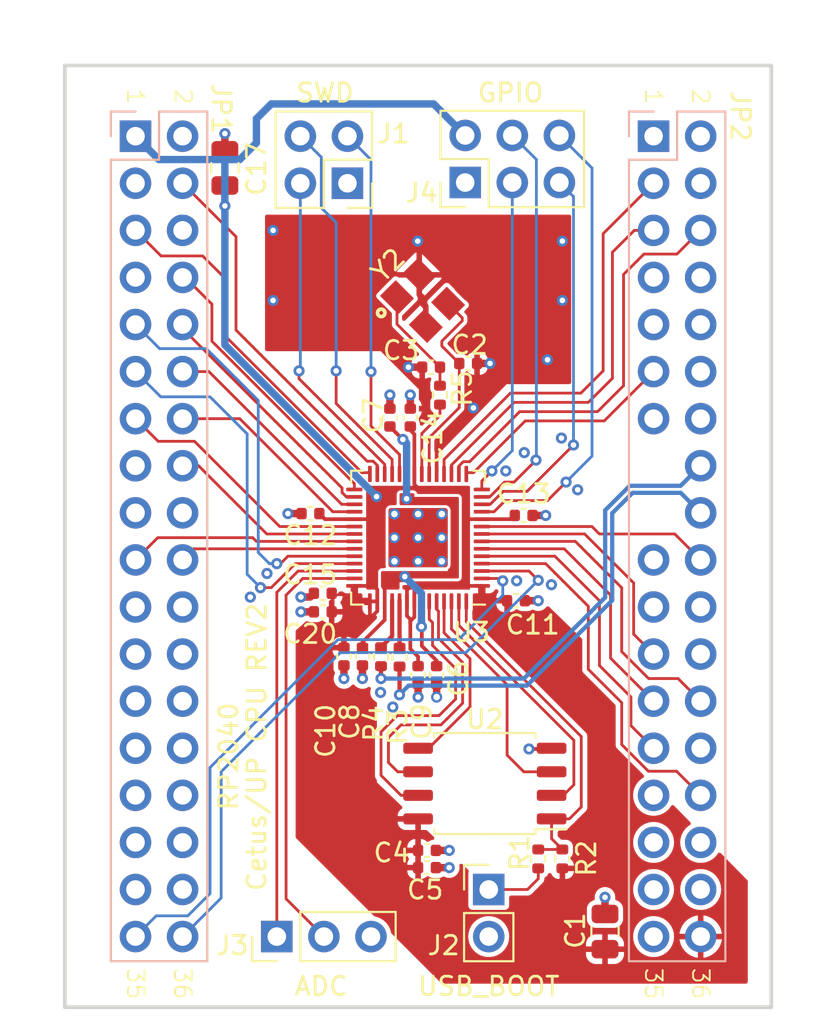
<source format=kicad_pcb>
(kicad_pcb (version 20221018) (generator pcbnew)
  (title_block (title "RP2040 Minimal Design Example") (date "2020-07-13") (rev "REV1") (company "Raspberry Pi (Trading) Ltd"))
  (layers (0 "F.Cu" signal) (1 "In1.Cu" signal) (2 "In2.Cu" signal) (31 "B.Cu" signal) (34 "B.Paste" user) (35 "F.Paste" user) (36 "B.SilkS" user "B.Silkscreen") (37 "F.SilkS" user "F.Silkscreen") (38 "B.Mask" user) (39 "F.Mask" user) (44 "Edge.Cuts" user))
  (net 0 "")
  (net 1 "GND")
  (net 2 "/XIN")
  (net 3 "/XOUT")
  (net 4 "+3V3")
  (net 5 "+1V1")
  (net 6 "/~{USB_BOOT}")
  (net 7 "/GPIO28_ADC2")
  (net 8 "/RUN")
  (net 9 "/SWD")
  (net 10 "/SWCLK")
  (net 11 "/QSPI_SS")
  (net 14 "/QSPI_SD3")
  (net 15 "/QSPI_SCLK")
  (net 16 "/QSPI_SD0")
  (net 17 "/QSPI_SD2")
  (net 18 "/QSPI_SD1")
  (net 19 "/USB_D+")
  (net 20 "/USB_D-")
  (net 22 "/BUZZER")
  (net 24 "/EXT_TEMP")
  (net 25 "/BED_TEMP")
  (net 26 "/MOTOR_PWR")
  (net 29 "/DIR_X")
  (net 36 "/DIR_E")
  (net 37 "/LIM_Y")
  (net 38 "/BTN")
  (net 39 "/DOOR")
  (net 41 "/LED")
  (net 42 "/AMP_MOD1")
  (net 43 "/AMP_MOD2")
  (net 44 "/EXT_HEAT")
  (net 45 "/BED_HEAT")
  (net 47 "/STEP_X")
  (net 54 "/STEP_E")
  (net 57 "/INP")
  (net 59 "/STEP_Y")
  (net 60 "/DIR_Y")
  (net 65 "/LIGHT")
  (net 71 "/LIM_X")
  (net 72 "/LIM_Z")
  (net 74 "/STEP_Z")
  (net 75 "/DIR_Z")
  (net 78 "Net-(U3-USB_DP)")
  (net 79 "Net-(U3-USB_DM)")
  (net 80 "/GPIO29_ADC3")
  (net 81 "/GPIO5")
  (net 82 "/GPIO4")
  (net 83 "/GPIO3")
  (net 84 "/GPIO2")
  (net 85 "Net-(C3-Pad1)")
  (footprint "Connector_PinHeader_2.54mm:PinHeader_1x02_P2.54mm_Vertical" (layer "F.Cu") (at 163.83 119.38)
    (fp_text reference "J2")
    (fp_text value "Conn_01x02")
  )
  (footprint "Capacitor_SMD:C_0402_1005Metric" (layer "F.Cu") (at 156.02 106.81 -90)
    (fp_text reference "C10")
    (fp_text value "2.2u")
  )
  (footprint "Capacitor_SMD:C_0402_1005Metric" (layer "F.Cu") (at 157.02 106.81 -90)
    (fp_text reference "C8")
    (fp_text value "2.2u")
  )
  (footprint "Capacitor_SMD:C_0402_1005Metric" (layer "F.Cu") (at 165.715 99.2)
    (fp_text reference "C13")
    (fp_text value "100n")
  )
  (footprint "Capacitor_SMD:C_0402_1005Metric" (layer "F.Cu") (at 160.5 117.27)
    (fp_text reference "C5")
    (fp_text value "100n")
  )
  (footprint "Resistor_SMD:R_0402_1005Metric" (layer "F.Cu") (at 167.8 117.73 90)
    (fp_text reference "R2")
    (fp_text value "DNF")
  )
  (footprint "custom:SOIC-8_5.23x5.23mm_P1.27mm+model" (layer "F.Cu") (at 163.62 113.665 180)
    (fp_text reference "U2")
    (fp_text value "W25Q128JVS")
  )
  (footprint "Capacitor_SMD:C_0402_1005Metric" (layer "F.Cu") (at 160.72 91.2 180)
    (fp_text reference "C3")
    (fp_text value "30p")
  )
  (footprint "Resistor_SMD:R_0402_1005Metric" (layer "F.Cu") (at 166.5 117.73 -90)
    (fp_text reference "R1")
    (fp_text value "1k")
  )
  (footprint "Capacitor_SMD:C_0402_1005Metric" (layer "F.Cu") (at 160.02 107.81 -90)
    (fp_text reference "C9")
    (fp_text value "100n")
  )
  (footprint "Capacitor_SMD:C_0402_1005Metric" (layer "F.Cu") (at 154.215 99.1 180)
    (fp_text reference "C12")
    (fp_text value "100n")
  )
  (footprint "Capacitor_SMD:C_0402_1005Metric" (layer "F.Cu") (at 159.6 93.92 90)
    (fp_text reference "C14")
    (fp_text value "100n")
  )
  (footprint "Resistor_SMD:R_0402_1005Metric" (layer "F.Cu") (at 159.02 106.84 90)
    (fp_text reference "R3")
    (fp_text value "22")
  )
  (footprint "Capacitor_SMD:C_0402_1005Metric" (layer "F.Cu") (at 158.5 93.92 90)
    (fp_text reference "C7")
    (fp_text value "100n")
  )
  (footprint "Capacitor_SMD:C_0402_1005Metric" (layer "F.Cu") (at 165.3 103.8)
    (fp_text reference "C11")
    (fp_text value "100n")
  )
  (footprint "RP2040_minimal:RP2040-QFN-56" (layer "F.Cu") (at 160.02 100.4 180)
    (fp_text reference "U3")
    (fp_text value "RP2040")
  )
  (footprint "Capacitor_SMD:C_0402_1005Metric" (layer "F.Cu") (at 162.72 91)
    (fp_text reference "C2")
    (fp_text value "30p")
  )
  (footprint "Resistor_SMD:R_0402_1005Metric" (layer "F.Cu") (at 158.02 106.82 90)
    (fp_text reference "R4")
    (fp_text value "22")
  )
  (footprint "Capacitor_SMD:C_0402_1005Metric" (layer "F.Cu") (at 161.02 107.81 -90)
    (fp_text reference "C6")
    (fp_text value "100n")
  )
  (footprint "Capacitor_SMD:C_0402_1005Metric" (layer "F.Cu") (at 154.88 103.4 180)
    (fp_text reference "C15")
    (fp_text value "100n")
  )
  (footprint "Resistor_SMD:R_0402_1005Metric" (layer "F.Cu") (at 161.2 92.71 90)
    (fp_text reference "R5")
    (fp_text value "470")
  )
  (footprint "Capacitor_SMD:C_0805_2012Metric" (layer "F.Cu") (at 149.6 80.45 90)
    (fp_text reference "C17")
    (fp_text value "47u")
  )
  (footprint "Capacitor_SMD:C_0402_1005Metric" (layer "F.Cu") (at 154.88 104.4 180)
    (fp_text reference "C20")
    (fp_text value "100n")
  )
  (footprint "Connector_PinHeader_2.54mm:PinHeader_1x03_P2.54mm_Vertical" (layer "F.Cu") (at 152.4 121.92 90)
    (fp_text reference "J3")
    (fp_text value "Conn_01x02")
  )
  (footprint "Capacitor_SMD:C_0805_2012Metric" (layer "F.Cu") (at 170.1 121.65 90)
    (fp_text reference "C1")
    (fp_text value "47u")
  )
  (footprint "Connector_PinHeader_2.54mm:PinHeader_2x03_P2.54mm_Vertical" (layer "F.Cu") (at 162.56 81.24 90)
    (fp_text reference "J4")
    (fp_text value "Conn_02x03_Odd_Even")
  )
  (footprint "Connector_PinHeader_2.54mm:PinHeader_2x02_P2.54mm_Vertical" (layer "F.Cu") (at 156.21 81.28 180)
    (fp_text reference "J1")
    (fp_text value "Conn_01x03")
  )
  (footprint "Capacitor_SMD:C_0402_1005Metric" (layer "F.Cu") (at 160.5 118.2)
    (fp_text reference "C4")
    (fp_text value "2.2u")
  )
  (footprint "X322516MLB4SI:OSC_X322516MLB4SI" (layer "F.Cu") (at 160.26 87.6 45)
    (fp_text reference "Y2")
    (fp_text value "X322516MLB4SI")
  )
  (footprint "RP2040_minimal:PinHeader_2x18_P2.54mm_Vertical_backside" (layer "B.Cu") (at 147.32 78.74 180)
    (fp_text reference "JP1")
    (fp_text value "Conn_02x18_Odd_Even")
  )
  (footprint "RP2040_minimal:PinHeader_2x18_P2.54mm_Vertical_backside_pads15+17_removed" (layer "B.Cu") (at 175.26 78.74 180)
    (fp_text reference "JP2")
    (fp_text value "Conn_02x18_Odd_Even")
  )
  (gr_line (start 179.07 125.73) (end 140.97 125.73) (stroke (width 0.2)) (layer "Edge.Cuts"))
  (gr_line (start 140.97 74.93) (end 179.07 74.93) (stroke (width 0.2)) (layer "Edge.Cuts"))
  (gr_line (start 140.97 125.73) (end 140.97 74.93) (stroke (width 0.2)) (layer "Edge.Cuts"))
  (gr_line (start 179.07 74.93) (end 179.07 125.73) (stroke (width 0.2)) (layer "Edge.Cuts"))
  (gr_text "35" (at 144.78 124.46 -90) (layer "F.SilkS") (effects (font (size 0.9 0.9) (thickness 0.1))))
  (gr_text "2" (at 175.26 76.6 -90) (layer "F.SilkS") (effects (font (size 0.9 0.9) (thickness 0.1))))
  (gr_text "35" (at 172.72 124.46 -90) (layer "F.SilkS") (effects (font (size 0.9 0.9) (thickness 0.1))))
  (gr_text "36" (at 147.32 124.46 -90) (layer "F.SilkS") (effects (font (size 0.9 0.9) (thickness 0.1))))
  (gr_text "36" (at 175.26 124.46 -90) (layer "F.SilkS") (effects (font (size 0.9 0.9) (thickness 0.1))))
  (gr_text "RP2040" (at 149.8 112.2 90) (layer "F.SilkS") (effects (font (size 1 1))))
  (gr_text "GPIO" (at 165 76.4) (layer "F.SilkS") (effects (font (size 1 1))))
  (gr_text "ADC" (at 154.8 124.6) (layer "F.SilkS") (effects (font (size 1 1))))
  (gr_text "SWD" (at 155 76.4) (layer "F.SilkS") (effects (font (size 1 1))))
  (gr_text "1" (at 172.72 76.6 -90) (layer "F.SilkS") (effects (font (size 0.9 0.9) (thickness 0.1))))
  (gr_text "USB_BOOT" (at 163.83 124.6) (layer "F.SilkS") (effects (font (size 1 1))))
  (gr_text "Cetus/UP CPU REV2" (at 151.324 111.692 90) (layer "F.SilkS") (effects (font (size 1 1))))
  (gr_text "2" (at 147.35 76.6 -90) (layer "F.SilkS") (effects (font (size 0.9 0.9) (thickness 0.1))))
  (gr_text "1" (at 144.78 76.6 -90) (layer "F.SilkS") (effects (font (size 0.9 0.9) (thickness 0.1))))
  (segment (start 159.6 92.7) (end 159.6 93.44) (width 0.4) (layer "F.Cu") (net 1))
  (segment (start 160.98 118.2) (end 161.7 118.2) (width 0.4) (layer "F.Cu") (net 1))
  (segment (start 170.1 120.7) (end 170.1 119.8) (width 0.4) (layer "F.Cu") (net 1))
  (segment (start 153.6625 99.1) (end 153 99.1) (width 0.4) (layer "F.Cu") (net 1))
  (segment (start 156.02 107.29) (end 156.02 108) (width 0.4) (layer "F.Cu") (net 1))
  (segment (start 161.02 96.8925) (end 161.02 95.38) (width 0.2) (layer "F.Cu") (net 1))
  (segment (start 154.2 103.6) (end 154.4 103.4) (width 0.4) (layer "F.Cu") (net 1))
  (segment (start 167.2 111.8) (end 166 111.8) (width 0.2) (layer "F.Cu") (net 1))
  (segment (start 154.35 104.4) (end 153.85 104.4) (width 0.4) (layer "F.Cu") (net 1))
  (segment (start 160.436777 88.036777) (end 160.1 87.7) (width 0.2) (layer "F.Cu") (net 1))
  (segment (start 153.7 103.6) (end 154.2 103.6) (width 0.4) (layer "F.Cu") (net 1))
  (segment (start 160.436777 88.978858) (end 160.436777 88.036777) (width 0.2) (layer "F.Cu") (net 1))
  (segment (start 160.083223 87.183223) (end 160.35 87.45) (width 0.2) (layer "F.Cu") (net 1))
  (segment (start 162.1 87) (end 162.6 87.5) (width 0.2) (layer "F.Cu") (net 1))
  (segment (start 160.083223 86.221142) (end 160.083223 87.183223) (width 0.2) (layer "F.Cu") (net 1))
  (segment (start 160.98 117.27) (end 161.7 117.27) (width 0.4) (layer "F.Cu") (net 1))
  (segment (start 158.5 93.44) (end 158.5 92.7) (width 0.4) (layer "F.Cu") (net 1))
  (segment (start 157.02 107.29) (end 157.02 108) (width 0.4) (layer "F.Cu") (net 1))
  (segment (start 161.02 108.300008) (end 161.02 109) (width 0.4) (layer "F.Cu") (net 1))
  (segment (start 166.195 99.2) (end 166.9 99.2) (width 0.4) (layer "F.Cu") (net 1))
  (segment (start 160.24 91.2) (end 159.5 91.2) (width 0.4) (layer "F.Cu") (net 1))
  (segment (start 163.9 91) (end 163.2 91) (width 0.4) (layer "F.Cu") (net 1))
  (segment (start 161.02 95.38) (end 163 93.4) (width 0.2) (layer "F.Cu") (net 1))
  (segment (start 160.02 108.3) (end 160.02 109) (width 0.4) (layer "F.Cu") (net 1))
  (segment (start 157.9 87) (end 157.6 87.3) (width 0.2) (layer "F.Cu") (net 1))
  (segment (start 149.6 79.5) (end 149.6 78.6) (width 0.4) (layer "F.Cu") (net 1))
  (segment (start 165.8 103.8) (end 166.5 103.8) (width 0.4) (layer "F.Cu") (net 1))
  (via (at 152.2 83.82) (size 0.6) (drill 0.3) (layers "F.Cu" "B.Cu") (net 1))
  (via (at 167.8 84.4) (size 0.6) (drill 0.3) (layers "F.Cu" "B.Cu") (net 1))
  (via (at 167.8 87.6) (size 0.6) (drill 0.3) (layers "F.Cu" "B.Cu") (net 1))
  (via (at 163.9 91) (size 0.6) (drill 0.3) (layers "F.Cu" "B.Cu") (net 1))
  (via (at 153.7 104.4) (size 0.6) (drill 0.3) (layers "F.Cu" "B.Cu") (net 1))
  (via (at 159.6 92.7) (size 0.6) (drill 0.3) (layers "F.Cu" "B.Cu") (net 1))
  (via (at 152.2 87.6) (size 0.6) (drill 0.3) (layers "F.Cu" "B.Cu") (net 1))
  (via (at 167 90.8) (size 0.6) (drill 0.3) (layers "F.Cu" "B.Cu") (net 1))
  (via (at 149.6 78.6) (size 0.6) (drill 0.3) (layers "F.Cu" "B.Cu") (net 1))
  (via (at 161.7 117.27) (size 0.6) (drill 0.3) (layers "F.Cu" "B.Cu") (net 1))
  (via (at 166.5 103.8) (size 0.6) (drill 0.3) (layers "F.Cu" "B.Cu") (net 1))
  (via (at 168.623624 97.81575) (size 0.6) (drill 0.3) (layers "F.Cu" "B.Cu") (net 1))
  (via (at 151.870022 102.329978) (size 0.6) (drill 0.3) (layers "F.Cu" "B.Cu") (net 1))
  (via (at 167.750325 95.026267) (size 0.6) (drill 0.3) (layers "F.Cu" "B.Cu") (net 1))
  (via (at 161.02 109) (size 0.6) (drill 0.35) (layers "F.Cu" "B.Cu") (net 1))
  (via (at 166.9 99.2) (size 0.6) (drill 0.3) (layers "F.Cu" "B.Cu") (net 1))
  (via (at 165.745338 95.811342) (size 0.6) (drill 0.3) (layers "F.Cu" "B.Cu") (net 1))
  (via (at 164.749503 96.8) (size 0.6) (drill 0.3) (layers "F.Cu" "B.Cu") (net 1))
  (via (at 158.5 92.7) (size 0.6) (drill 0.3) (layers "F.Cu" "B.Cu") (net 1))
  (via (at 153 99.1) (size 0.6) (drill 0.3) (layers "F.Cu" "B.Cu") (net 1))
  (via (at 157.99503 108.749086) (size 0.6) (drill 0.3) (layers "F.Cu" "B.Cu") (net 1))
  (via (at 163 93.4) (size 0.6) (drill 0.3) (layers "F.Cu" "B.Cu") (net 1))
  (via (at 170.1 119.8) (size 0.6) (drill 0.3) (layers "F.Cu" "B.Cu") (net 1))
  (via (at 153.7 103.6) (size 0.6) (drill 0.3) (layers "F.Cu" "B.Cu") (net 1))
  (via (at 157.02 108) (size 0.6) (drill 0.3) (layers "F.Cu" "B.Cu") (net 1))
  (via (at 160.02 109) (size 0.6) (drill 0.3) (layers "F.Cu" "B.Cu") (net 1))
  (via (at 166 111.8) (size 0.6) (drill 0.3) (layers "F.Cu" "B.Cu") (net 1))
  (via (at 159.5 91.2) (size 0.6) (drill 0.3) (layers "F.Cu" "B.Cu") (net 1))
  (via (at 158.657698 109.534822) (size 0.6) (drill 0.3) (layers "F.Cu" "B.Cu") (net 1))
  (via (at 161.7 118.2) (size 0.6) (drill 0.3) (layers "F.Cu" "B.Cu") (net 1))
  (via (at 156.02 108) (size 0.6) (drill 0.3) (layers "F.Cu" "B.Cu") (net 1))
  (via (at 160 84.4) (size 0.6) (drill 0.3) (layers "F.Cu" "B.Cu") (net 1))
  (via (at 165.335794 102.7245) (size 0.6) (drill 0.3) (layers "F.Cu" "B.Cu") (net 1))
  (via (at 150.972676 103.605429) (size 0.6) (drill 0.3) (layers "F.Cu" "B.Cu") (net 1))
  (via (at 167.211041 102.937014) (size 0.6) (drill 0.3) (layers "F.Cu" "B.Cu") (net 1))
  (segment (start 162.4 88.537919) (end 161.638858 87.776777) (width 0.15) (layer "F.Cu") (net 2))
  (segment (start 160.612132 95.012132) (end 162.24 93.384264) (width 0.15) (layer "F.Cu") (net 2))
  (segment (start 162.24 93.384264) (end 162.24 91) (width 0.15) (layer "F.Cu") (net 2))
  (segment (start 162.4 88.7) (end 162.4 88.537919) (width 0.15) (layer "F.Cu") (net 2))
  (segment (start 160.62 96.8925) (end 160.62 95.02) (width 0.15) (layer "F.Cu") (net 2))
  (segment (start 161.3 89.8) (end 162.4 88.7) (width 0.15) (layer "F.Cu") (net 2))
  (segment (start 161.3 90.06) (end 161.3 89.8) (width 0.15) (layer "F.Cu") (net 2))
  (segment (start 162.24 91) (end 161.3 90.06) (width 0.15) (layer "F.Cu") (net 2))
  (segment (start 160.62 95.02) (end 160.612132 95.012132) (width 0.15) (layer "F.Cu") (net 2))
  (segment (start 160.22 96.8925) (end 160.22 94.78) (width 0.15) (layer "F.Cu") (net 3))
  (segment (start 161.2 93.8) (end 161.2 93.22) (width 0.15) (layer "F.Cu") (net 3))
  (segment (start 160.22 94.78) (end 161.2 93.8) (width 0.15) (layer "F.Cu") (net 3))
  (segment (start 159.82 97.53) (end 159.82 94.82) (width 0.2) (layer "F.Cu") (net 4))
  (segment (start 159.6 104.8) (end 159.6 105) (width 0.2) (layer "F.Cu") (net 4))
  (segment (start 163.4575 103.1) (end 163.4575 103.7575) (width 0.4) (layer "F.Cu") (net 4))
  (segment (start 160.02 117.25) (end 160 117.27) (width 0.2) (layer "F.Cu") (net 4))
  (segment (start 159.6 105) (end 159.6 104.9) (width 0.2) (layer "F.Cu") (net 4))
  (segment (start 157.82 103.2) (end 157.62 103) (width 0.2) (layer "F.Cu") (net 4))
  (segment (start 157.82 104.3625) (end 157.82 103.2) (width 0.2) (layer "F.Cu") (net 4))
  (segment (start 163.4575 103) (end 162.62 103) (width 0.2) (layer "F.Cu") (net 4))
  (segment (start 159.82 104.68) (end 159.82 103.025) (width 0.2) (layer "F.Cu") (net 4))
  (segment (start 157.32 103.8375) (end 156.7625 103.8375) (width 0.4) (layer "F.Cu") (net 4))
  (segment (start 159.62 103.025) (end 159.42 103.225) (width 0.2) (layer "F.Cu") (net 4))
  (segment (start 156.5825 103.1) (end 156.5825 103.6825) (width 0.4) (layer "F.Cu") (net 4))
  (segment (start 156.62 105.5625) (end 157.82 104.3625) (width 0.2) (layer "F.Cu") (net 4))
  (segment (start 156.58125 99.4) (end 157.41875 99.4) (width 0.2) (layer "F.Cu") (net 4))
  (segment (start 159.6 94.6) (end 159.6 94.4) (width 0.2) (layer "F.Cu") (net 4))
  (segment (start 154.9 99.3) (end 154.7 99.1) (width 0.2) (layer "F.Cu") (net 4))
  (segment (start 160.02 106.82) (end 160.02 107.33) (width 0.2) (layer "F.Cu") (net 4))
  (segment (start 156.58125 103) (end 157.41875 103) (width 0.2) (layer "F.Cu") (net 4))
  (segment (start 160.02 97.73) (end 159.82 97.53) (width 0.2) (layer "F.Cu") (net 4))
  (segment (start 163.4575 99.4) (end 162.6 99.4) (width 0.2) (layer "F.Cu") (net 4))
  (segment (start 163.4575 99.4) (end 165.235 99.4) (width 0.2) (layer "F.Cu") (net 4))
  (segment (start 154.995 99.4) (end 154.695 99.1) (width 0.2) (layer "F.Cu") (net 4))
  (segment (start 149.6 81.4) (end 149.6 82.5) (width 0.4) (layer "F.Cu") (net 4))
  (segment (start 159.6 106.4) (end 160.02 106.82) (width 0.2) (layer "F.Cu") (net 4))
  (segment (start 159.42 103.225) (end 159.42 104.62) (width 0.2) (layer "F.Cu") (net 4))
  (segment (start 159.6 105) (end 159.6 106.4) (width 0.2) (layer "F.Cu") (net 4))
  (segment (start 159.82 94.82) (end 159.6 94.6) (width 0.2) (layer "F.Cu") (net 4))
  (segment (start 159.42 104.62) (end 159.6 104.8) (width 0.2) (layer "F.Cu") (net 4))
  (segment (start 159.6 104.9) (end 159.82 104.68) (width 0.2) (layer "F.Cu") (net 4))
  (segment (start 156.5825 99.4) (end 154.995 99.4) (width 0.2) (layer "F.Cu") (net 4))
  (via (at 149.6 82.5) (size 0.6) (drill 0.3) (layers "F.Cu" "B.Cu") (net 4))
  (via (at 157.78 98.18) (size 0.6) (drill 0.3) (layers "F.Cu" "B.Cu") (net 4))
  (segment (start 149.6 90) (end 149.6 82.5) (width 0.4) (layer "B.Cu") (net 4))
  (segment (start 149.6 82.5) (end 149.6 80) (width 0.4) (layer "B.Cu") (net 4))
  (segment (start 146.04 80) (end 149.6 80) (width 0.4) (layer "B.Cu") (net 4))
  (segment (start 149.6 80) (end 150.4 80) (width 0.4) (layer "B.Cu") (net 4))
  (segment (start 144.78 78.74) (end 146.04 80) (width 0.4) (layer "B.Cu") (net 4))
  (segment (start 160.86 77) (end 162.56 78.7) (width 0.4) (layer "B.Cu") (net 4))
  (segment (start 152.1 77) (end 160.86 77) (width 0.4) (layer "B.Cu") (net 4))
  (segment (start 151.3 79.1) (end 151.3 77.8) (width 0.4) (layer "B.Cu") (net 4))
  (segment (start 157.78 98.18) (end 149.6 90) (width 0.4) (layer "B.Cu") (net 4))
  (segment (start 151.3 77.8) (end 152.1 77) (width 0.4) (layer "B.Cu") (net 4))
  (segment (start 150.4 80) (end 151.3 79.1) (width 0.4) (layer "B.Cu") (net 4))
  (segment (start 159.2 95.11) (end 159.42 95.33) (width 0.2) (layer "F.Cu") (net 5))
  (segment (start 160.22 105.18) (end 160.2 105.2) (width 0.2) (layer "F.Cu") (net 5))
  (segment (start 160.22 103.7675) (end 160.22 105.18) (width 0.2) (layer "F.Cu") (net 5))
  (segment (start 158.52 94.4333) (end 158.5233 94.4333) (width 0.2) (layer "F.Cu") (net 5))
  (segment (start 160.22 105.22) (end 160.22 106.235025) (width 0.2) (layer "F.Cu") (net 5))
  (segment (start 159.42 95.33) (end 159.42 96.8925) (width 0.2) (layer "F.Cu") (net 5))
  (segment (start 158.5233 94.4333) (end 159.19 95.1) (width 0.2) (layer "F.Cu") (net 5))
  (segment (start 158.22 103.8755) (end 158.22 103) (width 0.2) (layer "F.Cu") (net 5))
  (segment (start 158.22 104.838) (end 157.02 106.038) (width 0.2) (layer "F.Cu") (net 5))
  (segment (start 159.2 95.1) (end 159.2 95.11) (width 0.2) (layer "F.Cu") (net 5))
  (segment (start 161.02 107.035025) (end 161.02 107.33) (width 0.2) (layer "F.Cu") (net 5))
  (segment (start 157.02 106.038) (end 157.02 106.438) (width 0.2) (layer "F.Cu") (net 5))
  (segment (start 160.2 105.2) (end 160.22 105.22) (width 0.2) (layer "F.Cu") (net 5))
  (segment (start 160.22 106.235025) (end 161.02 107.035025) (width 0.2) (layer "F.Cu") (net 5))
  (segment (start 159.19 95.1) (end 159.2 95.1) (width 0.2) (layer "F.Cu") (net 5))
  (segment (start 158.22 103.8755) (end 158.22 104.838) (width 0.2) (layer "F.Cu") (net 5))
  (via (at 159.2 95.1) (size 0.6) (drill 0.3) (layers "F.Cu" "B.Cu") (net 5))
  (via (at 160.2 105.2) (size 0.6) (drill 0.3) (layers "F.Cu" "B.Cu") (net 5))
  (via (at 159.3 102.5) (size 0.6) (drill 0.3) (layers "F.Cu" "B.Cu") (net 5))
  (via (at 159.4 98.3) (size 0.6) (drill 0.3) (layers "F.Cu" "B.Cu") (net 5))
  (segment (start 160.2 103.4) (end 160.2 105.2) (width 0.4) (layer "B.Cu") (net 5))
  (segment (start 159.3 102.5) (end 160.2 103.4) (width 0.4) (layer "B.Cu") (net 5))
  (segment (start 159.4 98.3) (end 159.4 95.3) (width 0.4) (layer "B.Cu") (net 5))
  (segment (start 159.4 95.3) (end 159.2 95.1) (width 0.4) (layer "B.Cu") (net 5))
  (segment (start 165.92 119.38) (end 163.83 119.38) (width 0.15) (layer "F.Cu") (net 6))
  (segment (start 166.5 118.8) (end 165.92 119.38) (width 0.15) (layer "F.Cu") (net 6))
  (segment (start 166.5 118.24) (end 166.5 118.8) (width 0.15) (layer "F.Cu") (net 6))
  (segment (start 156.5825 102.2) (end 153.55 102.2) (width 0.15) (layer "F.Cu") (net 7))
  (segment (start 152.4 103.35) (end 152.4 121.92) (width 0.15) (layer "F.Cu") (net 7))
  (segment (start 153.55 102.2) (end 152.4 103.35) (width 0.15) (layer "F.Cu") (net 7))
  (segment (start 158.22 96.444264) (end 153.6 91.824264) (width 0.15) (layer "F.Cu") (net 8))
  (segment (start 153.6 91.824264) (end 153.6 91.4) (width 0.15) (layer "F.Cu") (net 8))
  (segment (start 158.22 96.9625) (end 158.22 96.444264) (width 0.15) (layer "F.Cu") (net 8))
  (via (at 153.6 91.4) (size 0.6) (drill 0.3) (layers "F.Cu" "B.Cu") (net 8))
  (segment (start 153.67 91.33) (end 153.67 81.28) (width 0.15) (layer "B.Cu") (net 8))
  (segment (start 153.6 91.4) (end 153.67 91.33) (width 0.15) (layer "B.Cu") (net 8))
  (segment (start 155.6 93.162132) (end 155.6 91.4) (width 0.15) (layer "F.Cu") (net 9))
  (segment (start 158.62 96.182132) (end 155.6 93.162132) (width 0.15) (layer "F.Cu") (net 9))
  (segment (start 158.62 96.9625) (end 158.62 96.182132) (width 0.15) (layer "F.Cu") (net 9))
  (via (at 155.6 91.4) (size 0.6) (drill 0.3) (layers "F.Cu" "B.Cu") (net 9))
  (segment (start 154.8 79.87) (end 153.67 78.74) (width 0.15) (layer "B.Cu") (net 9))
  (segment (start 154.8 82.6) (end 154.8 79.87) (width 0.15) (layer "B.Cu") (net 9))
  (segment (start 155.6 91.4) (end 155.6 83.4) (width 0.15) (layer "B.Cu") (net 9))
  (segment (start 155.6 83.4) (end 154.8 82.6) (width 0.15) (layer "B.Cu") (net 9))
  (segment (start 157.48 94.38) (end 157.48 91.44) (width 0.15) (layer "F.Cu") (net 10))
  (segment (start 159.02 95.92) (end 157.48 94.38) (width 0.15) (layer "F.Cu") (net 10))
  (segment (start 159.02 96.9625) (end 159.02 95.92) (width 0.15) (layer "F.Cu") (net 10))
  (via (at 157.48 91.44) (size 0.6) (drill 0.3) (layers "F.Cu" "B.Cu") (net 10))
  (segment (start 157.48 80.01) (end 156.21 78.74) (width 0.15) (layer "B.Cu") (net 10))
  (segment (start 157.48 91.44) (end 157.48 80.01) (width 0.15) (layer "B.Cu") (net 10))
  (segment (start 167.22 116.64) (end 167.8 117.22) (width 0.15) (layer "F.Cu") (net 11))
  (segment (start 168.82 111.13) (end 168.82 114.93) (width 0.15) (layer "F.Cu") (net 11))
  (segment (start 167.22 115.57) (end 167.22 116.64) (width 0.15) (layer "F.Cu") (net 11))
  (segment (start 167.8 117.22) (end 166.5 117.22) (width 0.15) (layer "F.Cu") (net 11))
  (segment (start 168.82 114.93) (end 168.18 115.57) (width 0.15) (layer "F.Cu") (net 11))
  (segment (start 162.62 104.93) (end 168.82 111.13) (width 0.15) (layer "F.Cu") (net 11))
  (segment (start 168.18 115.57) (end 167.22 115.57) (width 0.15) (layer "F.Cu") (net 11))
  (segment (start 162.62 103.7675) (end 162.62 104.93) (width 0.15) (layer "F.Cu") (net 11))
  (segment (start 162.044 107.4575) (end 162.044 109.106) (width 0.15) (layer "F.Cu") (net 14))
  (segment (start 160.8 106.2135) (end 162.044 107.4575) (width 0.15) (layer "F.Cu") (net 14))
  (segment (start 160.8 104.98) (end 160.8 106.2135) (width 0.15) (layer "F.Cu") (net 14))
  (segment (start 162.044 109.106) (end 161.15 110) (width 0.15) (layer "F.Cu") (net 14))
  (segment (start 158.9 110) (end 158.02 110.88) (width 0.15) (layer "F.Cu") (net 14))
  (segment (start 161.15 110) (end 158.9 110) (width 0.15) (layer "F.Cu") (net 14))
  (segment (start 160.62 104.8) (end 160.8 104.98) (width 0.15) (layer "F.Cu") (net 14))
  (segment (start 158.02 110.88) (end 158.02 113.22) (width 0.15) (layer "F.Cu") (net 14))
  (segment (start 158.02 113.22) (end 159.1 114.3) (width 0.15) (layer "F.Cu") (net 14))
  (segment (start 159.1 114.3) (end 160.02 114.3) (width 0.15) (layer "F.Cu") (net 14))
  (segment (start 160.62 103.7035) (end 160.62 104.8) (width 0.15) (layer "F.Cu") (net 14))
  (segment (start 161.12 105.83) (end 162.42 107.13) (width 0.15) (layer "F.Cu") (net 15))
  (segment (start 158.42 111.18) (end 158.42 112.53) (width 0.15) (layer "F.Cu") (net 15))
  (segment (start 161.02 104.263909) (end 161.12 104.363909) (width 0.15) (layer "F.Cu") (net 15))
  (segment (start 161.02 103.7675) (end 161.02 104.263909) (width 0.15) (layer "F.Cu") (net 15))
  (segment (start 158.92 113.03) (end 160.02 113.03) (width 0.15) (layer "F.Cu") (net 15))
  (segment (start 161.12 104.363909) (end 161.12 105.83) (width 0.15) (layer "F.Cu") (net 15))
  (segment (start 159.1 110.5) (end 158.42 111.18) (width 0.15) (layer "F.Cu") (net 15))
  (segment (start 162.42 109.33) (end 161.25 110.5) (width 0.15) (layer "F.Cu") (net 15))
  (segment (start 161.25 110.5) (end 159.1 110.5) (width 0.15) (layer "F.Cu") (net 15))
  (segment (start 158.42 112.53) (end 158.92 113.03) (width 0.15) (layer "F.Cu") (net 15))
  (segment (start 162.42 107.13) (end 162.42 109.33) (width 0.15) (layer "F.Cu") (net 15))
  (segment (start 161.42 103.7675) (end 161.42 105.53) (width 0.15) (layer "F.Cu") (net 16))
  (segment (start 162.82 109.53) (end 160.59 111.76) (width 0.15) (layer "F.Cu") (net 16))
  (segment (start 160.59 111.76) (end 160.02 111.76) (width 0.15) (layer "F.Cu") (net 16))
  (segment (start 162.82 106.93) (end 162.82 109.53) (width 0.15) (layer "F.Cu") (net 16))
  (segment (start 161.42 105.53) (end 162.82 106.93) (width 0.15) (layer "F.Cu") (net 16))
  (segment (start 164.82 108.33) (end 164.82 112.13) (width 0.15) (layer "F.Cu") (net 17))
  (segment (start 165.72 113.03) (end 167.22 113.03) (width 0.15) (layer "F.Cu") (net 17))
  (segment (start 161.82 103.7675) (end 161.82 105.33) (width 0.15) (layer "F.Cu") (net 17))
  (segment (start 161.82 105.33) (end 164.82 108.33) (width 0.15) (layer "F.Cu") (net 17))
  (segment (start 164.82 112.13) (end 165.72 113.03) (width 0.15) (layer "F.Cu") (net 17))
  (segment (start 168.42 113.73) (end 167.85 114.3) (width 0.15) (layer "F.Cu") (net 18))
  (segment (start 168.42 111.33) (end 168.42 113.73) (width 0.15) (layer "F.Cu") (net 18))
  (segment (start 162.219 105.129) (end 168.42 111.33) (width 0.15) (layer "F.Cu") (net 18))
  (segment (start 167.85 114.3) (end 167.22 114.3) (width 0.15) (layer "F.Cu") (net 18))
  (segment (start 162.219 103.7685) (end 162.219 105.129) (width 0.15) (layer "F.Cu") (net 18))
  (segment (start 159.015749 108.876376) (end 159.02 108.872125) (width 0.23) (layer "F.Cu") (net 19))
  (segment (start 159.02 108.872125) (end 159.02 107.35) (width 0.23) (layer "F.Cu") (net 19))
  (via (at 159.015749 108.876376) (size 0.6) (drill 0.3) (layers "F.Cu" "B.Cu") (net 19))
  (segment (start 170.49 103.7787) (end 170.49 99.078702) (width 0.23) (layer "B.Cu") (net 19))
  (segment (start 159.512125 108.38) (end 165.8887 108.38) (width 0.23) (layer "B.Cu") (net 19))
  (segment (start 171.588702 97.98) (end 174.18 97.98) (width 0.23) (layer "B.Cu") (net 19))
  (segment (start 159.015749 108.876376) (end 159.512125 108.38) (width 0.23) (layer "B.Cu") (net 19))
  (segment (start 174.18 97.98) (end 175.26 99.06) (width 0.23) (layer "B.Cu") (net 19))
  (segment (start 170.49 99.078702) (end 171.588702 97.98) (width 0.23) (layer "B.Cu") (net 19))
  (segment (start 165.8887 108.38) (end 170.49 103.7787) (width 0.23) (layer "B.Cu") (net 19))
  (segment (start 158.02 108) (end 158.02 107.33) (width 0.23) (layer "F.Cu") (net 20))
  (via (at 158.02 108) (size 0.6) (drill 0.3) (layers "F.Cu" "B.Cu") (net 20))
  (segment (start 170.11 103.621298) (end 170.11 98.921298) (width 0.23) (layer "B.Cu") (net 20))
  (segment (start 158.02 108) (end 165.731298 108) (width 0.23) (layer "B.Cu") (net 20))
  (segment (start 171.431298 97.6) (end 174.18 97.6) (width 0.23) (layer "B.Cu") (net 20))
  (segment (start 174.18 97.6) (end 175.26 96.52) (width 0.23) (layer "B.Cu") (net 20))
  (segment (start 165.731298 108) (end 170.11 103.621298) (width 0.23) (layer "B.Cu") (net 20))
  (segment (start 170.11 98.921298) (end 171.431298 97.6) (width 0.23) (layer "B.Cu") (net 20))
  (segment (start 146.16 85.2) (end 144.78 83.82) (width 0.15) (layer "F.Cu") (net 22))
  (segment (start 156.9925 96.8925) (end 149.5 89.4) (width 0.15) (layer "F.Cu") (net 22))
  (segment (start 149.5 86.3) (end 148.4 85.2) (width 0.15) (layer "F.Cu") (net 22))
  (segment (start 149.5 89.4) (end 149.5 86.3) (width 0.15) (layer "F.Cu") (net 22))
  (segment (start 148.4 85.2) (end 146.16 85.2) (width 0.15) (layer "F.Cu") (net 22))
  (segment (start 157.42 96.8925) (end 156.9925 96.8925) (width 0.15) (layer "F.Cu") (net 22))
  (segment (start 153 101.4) (end 156.5825 101.4) (width 0.15) (layer "F.Cu") (net 24))
  (segment (start 152.6 101.8) (end 153 101.4) (width 0.15) (layer "F.Cu") (net 24))
  (segment (start 152.4 101.8) (end 152.6 101.8) (width 0.15) (layer "F.Cu") (net 24))
  (via (at 152.4 101.8) (size 0.6) (drill 0.3) (layers "F.Cu" "B.Cu") (net 24))
  (segment (start 152 101.8) (end 151.4 101.2) (width 0.15) (layer "B.Cu") (net 24))
  (segment (start 148.6 90.2) (end 146.08 90.2) (width 0.15) (layer "B.Cu") (net 24))
  (segment (start 151.4 93) (end 148.6 90.2) (width 0.15) (layer "B.Cu") (net 24))
  (segment (start 146.08 90.2) (end 144.78 88.9) (width 0.15) (layer "B.Cu") (net 24))
  (segment (start 151.4 101.2) (end 151.4 93) (width 0.15) (layer "B.Cu") (net 24))
  (segment (start 152.4 101.8) (end 152 101.8) (width 0.15) (layer "B.Cu") (net 24))
  (segment (start 152.102867 103.094096) (end 153.396963 101.8) (width 0.15) (layer "F.Cu") (net 25))
  (segment (start 151.520665 103.094096) (end 152.102867 103.094096) (width 0.15) (layer "F.Cu") (net 25))
  (segment (start 153.396963 101.8) (end 156.5825 101.8) (width 0.15) (layer "F.Cu") (net 25))
  (via (at 151.520665 103.094096) (size 0.6) (drill 0.3) (layers "F.Cu" "B.Cu") (net 25))
  (segment (start 150.8 94.8) (end 148.8 92.8) (width 0.15) (layer "B.Cu") (net 25))
  (segment (start 151.520665 103.094096) (end 150.8 102.373431) (width 0.15) (layer "B.Cu") (net 25))
  (segment (start 146.14 92.8) (end 144.78 91.44) (width 0.15) (layer "B.Cu") (net 25))
  (segment (start 148.8 92.8) (end 146.14 92.8) (width 0.15) (layer "B.Cu") (net 25))
  (segment (start 150.8 102.373431) (end 150.8 94.8) (width 0.15) (layer "B.Cu") (net 25))
  (segment (start 147.96014 95.2) (end 146 95.2) (width 0.15) (layer "F.Cu") (net 26))
  (segment (start 146 95.2) (end 144.78 93.98) (width 0.15) (layer "F.Cu") (net 26))
  (segment (start 156.5825 99.8) (end 152.56014 99.8) (width 0.15) (layer "F.Cu") (net 26))
  (segment (start 152.56014 99.8) (end 147.96014 95.2) (width 0.15) (layer "F.Cu") (net 26))
  (segment (start 151.3 100.6) (end 151.1 100.4) (width 0.15) (layer "F.Cu") (net 29))
  (segment (start 156.5825 100.6) (end 151.3 100.6) (width 0.15) (layer "F.Cu") (net 29))
  (segment (start 145.98 100.4) (end 144.78 101.6) (width 0.15) (layer "F.Cu") (net 29))
  (segment (start 151.1 100.4) (end 145.98 100.4) (width 0.15) (layer "F.Cu") (net 29))
  (segment (start 164.457412 102.6) (end 163.4575 102.6) (width 0.15) (layer "F.Cu") (net 36))
  (segment (start 164.586304 102.728892) (end 164.457412 102.6) (width 0.15) (layer "F.Cu") (net 36))
  (via (at 164.586304 102.728892) (size 0.6) (drill 0.3) (layers "F.Cu" "B.Cu") (net 36))
  (segment (start 155.7 105.9) (end 148.8 112.8) (width 0.15) (layer "B.Cu") (net 36))
  (segment (start 162.2 105.9) (end 155.7 105.9) (width 0.15) (layer "B.Cu") (net 36))
  (segment (start 148.8 119.6) (end 147.6 120.8) (width 0.15) (layer "B.Cu") (net 36))
  (segment (start 145.9 120.8) (end 144.78 121.92) (width 0.15) (layer "B.Cu") (net 36))
  (segment (start 164.586304 103.513696) (end 162.2 105.9) (width 0.15) (layer "B.Cu") (net 36))
  (segment (start 164.586304 102.728892) (end 164.586304 103.513696) (width 0.15) (layer "B.Cu") (net 36))
  (segment (start 148.8 112.8) (end 148.8 119.6) (width 0.15) (layer "B.Cu") (net 36))
  (segment (start 147.6 120.8) (end 145.9 120.8) (width 0.15) (layer "B.Cu") (net 36))
  (segment (start 161.42 96.8925) (end 161.42 96.18) (width 0.15) (layer "F.Cu") (net 37))
  (segment (start 170 91.4) (end 170 84) (width 0.15) (layer "F.Cu") (net 37))
  (segment (start 170 84) (end 172.72 81.28) (width 0.15) (layer "F.Cu") (net 37))
  (segment (start 161.42 96.18) (end 165 92.6) (width 0.15) (layer "F.Cu") (net 37))
  (segment (start 168.8 92.6) (end 170 91.4) (width 0.15) (layer "F.Cu") (net 37))
  (segment (start 165 92.6) (end 168.8 92.6) (width 0.15) (layer "F.Cu") (net 37))
  (segment (start 167.4 101.4) (end 169.8 103.8) (width 0.15) (layer "F.Cu") (net 38))
  (segment (start 169.8 103.8) (end 169.8 107.3) (width 0.15) (layer "F.Cu") (net 38))
  (segment (start 171.5 110.54) (end 172.72 111.76) (width 0.15) (layer "F.Cu") (net 38))
  (segment (start 171.5 109) (end 171.5 110.54) (width 0.15) (layer "F.Cu") (net 38))
  (segment (start 169.8 107.3) (end 171.5 109) (width 0.15) (layer "F.Cu") (net 38))
  (segment (start 163.4575 101.4) (end 167.4 101.4) (width 0.15) (layer "F.Cu") (net 38))
  (segment (start 157.275 96.275) (end 150.2 89.2) (width 0.15) (layer "F.Cu") (net 39))
  (segment (start 150.2 89.2) (end 150.2 84.16) (width 0.15) (layer "F.Cu") (net 39))
  (segment (start 150.2 84.16) (end 147.32 81.28) (width 0.15) (layer "F.Cu") (net 39))
  (segment (start 157.594264 96.275) (end 157.275 96.275) (width 0.15) (layer "F.Cu") (net 39))
  (segment (start 157.82 96.8925) (end 157.82 96.500736) (width 0.15) (layer "F.Cu") (net 39))
  (segment (start 157.82 96.500736) (end 157.594264 96.275) (width 0.15) (layer "F.Cu") (net 39))
  (segment (start 156.5825 97.8) (end 156.5825 97.4825) (width 0.15) (layer "F.Cu") (net 41))
  (segment (start 147.46 86.36) (end 147.32 86.36) (width 0.15) (layer "F.Cu") (net 41))
  (segment (start 148.9 89.8) (end 148.9 87.8) (width 0.15) (layer "F.Cu") (net 41))
  (segment (start 156.5825 97.4825) (end 148.9 89.8) (width 0.15) (layer "F.Cu") (net 41))
  (segment (start 148.9 87.8) (end 147.46 86.36) (width 0.15) (layer "F.Cu") (net 41))
  (segment (start 147.32 89.12) (end 147.32 88.9) (width 0.15) (layer "F.Cu") (net 42))
  (segment (start 155.92 97.963909) (end 155.92 97.72) (width 0.15) (layer "F.Cu") (net 42))
  (segment (start 155.92 97.72) (end 147.32 89.12) (width 0.15) (layer "F.Cu") (net 42))
  (segment (start 156.156091 98.2) (end 155.92 97.963909) (width 0.15) (layer "F.Cu") (net 42))
  (segment (start 156.5825 98.2) (end 156.156091 98.2) (width 0.15) (layer "F.Cu") (net 42))
  (segment (start 155.9 98.6) (end 148.74 91.44) (width 0.15) (layer "F.Cu") (net 43))
  (segment (start 148.74 91.44) (end 147.32 91.44) (width 0.15) (layer "F.Cu") (net 43))
  (segment (start 156.5825 98.6) (end 155.9 98.6) (width 0.15) (layer "F.Cu") (net 43))
  (segment (start 156.5825 99) (end 155.421188 99) (width 0.15) (layer "F.Cu") (net 44))
  (segment (start 150.401188 93.98) (end 147.32 93.98) (width 0.15) (layer "F.Cu") (net 44))
  (segment (start 155.421188 99) (end 150.401188 93.98) (width 0.15) (layer "F.Cu") (net 44))
  (segment (start 156.5825 100.2) (end 151.86 100.2) (width 0.15) (layer "F.Cu") (net 45))
  (segment (start 151.86 100.2) (end 148.18 96.52) (width 0.15) (layer "F.Cu") (net 45))
  (segment (start 148.18 96.52) (end 147.32 96.52) (width 0.15) (layer "F.Cu") (net 45))
  (segment (start 147.92 101) (end 156.5825 101) (width 0.15) (layer "F.Cu") (net 47))
  (segment (start 147.32 101.6) (end 147.92 101) (width 0.15) (layer "F.Cu") (net 47))
  (segment (start 166.5 102.7) (end 166 102.2) (width 0.15) (layer "F.Cu") (net 54))
  (segment (start 166 102.2) (end 163.4575 102.2) (width 0.15) (layer "F.Cu") (net 54))
  (via (at 166.5 102.7) (size 0.6) (drill 0.3) (layers "F.Cu" "B.Cu") (net 54))
  (segment (start 166.5 102.7) (end 162.6 106.6) (width 0.15) (layer "B.Cu") (net 54))
  (segment (start 162.6 106.6) (end 155.824264 106.6) (width 0.15) (layer "B.Cu") (net 54))
  (segment (start 149.4 113.024264) (end 149.4 119.84) (width 0.15) (layer "B.Cu") (net 54))
  (segment (start 155.824264 106.6) (end 149.4 113.024264) (width 0.15) (layer "B.Cu") (net 54))
  (segment (start 149.4 119.84) (end 147.32 121.92) (width 0.15) (layer "B.Cu") (net 54))
  (segment (start 169.2 107.5) (end 171 109.3) (width 0.15) (layer "F.Cu") (net 57))
  (segment (start 166.9 101.8) (end 169.2 104.1) (width 0.15) (layer "F.Cu") (net 57))
  (segment (start 173.96 113) (end 175.26 114.3) (width 0.15) (layer "F.Cu") (net 57))
  (segment (start 172.43972 113) (end 173.96 113) (width 0.15) (layer "F.Cu") (net 57))
  (segment (start 171 111.56028) (end 172.43972 113) (width 0.15) (layer "F.Cu") (net 57))
  (segment (start 163.4575 101.8) (end 166.9 101.8) (width 0.15) (layer "F.Cu") (net 57))
  (segment (start 169.2 104.1) (end 169.2 107.5) (width 0.15) (layer "F.Cu") (net 57))
  (segment (start 171 109.3) (end 171 111.56028) (width 0.15) (layer "F.Cu") (net 57))
  (segment (start 169.2 93.1) (end 170.5 91.8) (width 0.15) (layer "F.Cu") (net 59))
  (segment (start 165.2 93.1) (end 169.2 93.1) (width 0.15) (layer "F.Cu") (net 59))
  (segment (start 161.82 96.48) (end 165.2 93.1) (width 0.15) (layer "F.Cu") (net 59))
  (segment (start 170.5 85) (end 171.68 83.82) (width 0.15) (layer "F.Cu") (net 59))
  (segment (start 170.5 91.8) (end 170.5 85) (width 0.15) (layer "F.Cu") (net 59))
  (segment (start 161.82 96.8925) (end 161.82 96.48) (width 0.15) (layer "F.Cu") (net 59))
  (segment (start 171.68 83.82) (end 172.72 83.82) (width 0.15) (layer "F.Cu") (net 59))
  (segment (start 162.22 96.536091) (end 162.456091 96.3) (width 0.15) (layer "F.Cu") (net 60))
  (segment (start 165.5 93.6) (end 169.7 93.6) (width 0.15) (layer "F.Cu") (net 60))
  (segment (start 162.456091 96.3) (end 162.8 96.3) (width 0.15) (layer "F.Cu") (net 60))
  (segment (start 171.1 92.2) (end 171.1 86.2) (width 0.15) (layer "F.Cu") (net 60))
  (segment (start 162.8 96.3) (end 165.5 93.6) (width 0.15) (layer "F.Cu") (net 60))
  (segment (start 171.1 86.2) (end 172.2 85.1) (width 0.15) (layer "F.Cu") (net 60))
  (segment (start 172.2 85.1) (end 173.98 85.1) (width 0.15) (layer "F.Cu") (net 60))
  (segment (start 169.7 93.6) (end 171.1 92.2) (width 0.15) (layer "F.Cu") (net 60))
  (segment (start 173.98 85.1) (end 175.26 83.82) (width 0.15) (layer "F.Cu") (net 60))
  (segment (start 162.22 96.8925) (end 162.22 96.536091) (width 0.15) (layer "F.Cu") (net 60))
  (segment (start 162.62 96.8925) (end 163.0075 96.8925) (width 0.15) (layer "F.Cu") (net 65))
  (segment (start 170.06 94.1) (end 172.72 91.44) (width 0.15) (layer "F.Cu") (net 65))
  (segment (start 165.8 94.1) (end 170.06 94.1) (width 0.15) (layer "F.Cu") (net 65))
  (segment (start 163.0075 96.8925) (end 165.8 94.1) (width 0.15) (layer "F.Cu") (net 65))
  (segment (start 169.8 100.2) (end 173.86 100.2) (width 0.15) (layer "F.Cu") (net 71))
  (segment (start 173.86 100.2) (end 175.26 101.6) (width 0.15) (layer "F.Cu") (net 71))
  (segment (start 169.4 99.8) (end 169.8 100.2) (width 0.15) (layer "F.Cu") (net 71))
  (segment (start 163.4575 99.8) (end 169.4 99.8) (width 0.15) (layer "F.Cu") (net 71))
  (segment (start 171.645 105.605) (end 172.72 106.68) (width 0.15) (layer "F.Cu") (net 72))
  (segment (start 169 100.2) (end 171.645 102.845) (width 0.15) (layer "F.Cu") (net 72))
  (segment (start 171.645 102.845) (end 171.645 105.605) (width 0.15) (layer "F.Cu") (net 72))
  (segment (start 163.4575 100.2) (end 169 100.2) (width 0.15) (layer "F.Cu") (net 72))
  (segment (start 170.4 106.9) (end 172.72 109.22) (width 0.15) (layer "F.Cu") (net 74))
  (segment (start 163.4575 101) (end 167.9 101) (width 0.15) (layer "F.Cu") (net 74))
  (segment (start 170.4 103.5) (end 170.4 106.9) (width 0.15) (layer "F.Cu") (net 74))
  (segment (start 167.9 101) (end 170.4 103.5) (width 0.15) (layer "F.Cu") (net 74))
  (segment (start 174.04 108) (end 175.26 109.22) (width 0.15) (layer "F.Cu") (net 75))
  (segment (start 168.5 100.6) (end 171 103.1) (width 0.15) (layer "F.Cu") (net 75))
  (segment (start 163.4575 100.6) (end 168.5 100.6) (width 0.15) (layer "F.Cu") (net 75))
  (segment (start 172.455 108) (end 174.04 108) (width 0.15) (layer "F.Cu") (net 75))
  (segment (start 171 103.1) (end 171 106.545) (width 0.15) (layer "F.Cu") (net 75))
  (segment (start 171 106.545) (end 172.455 108) (width 0.15) (layer "F.Cu") (net 75))
  (segment (start 159.02 103.7675) (end 159.02 106.33) (width 0.23) (layer "F.Cu") (net 78))
  (segment (start 158.62 103.7675) (end 158.62 105.71) (width 0.23) (layer "F.Cu") (net 79))
  (segment (start 158.62 105.71) (end 158.02 106.31) (width 0.23) (layer "F.Cu") (net 79))
  (segment (start 153.8 102.6) (end 152.9 103.5) (width 0.15) (layer "F.Cu") (net 80))
  (segment (start 152.9 103.5) (end 152.9 119.88) (width 0.15) (layer "F.Cu") (net 80))
  (segment (start 152.9 119.88) (end 154.94 121.92) (width 0.15) (layer "F.Cu") (net 80))
  (segment (start 156.5825 102.6) (end 153.8 102.6) (width 0.15) (layer "F.Cu") (net 80))
  (segment (start 164.1155 99) (end 163.4575 99) (width 0.15) (layer "F.Cu") (net 81))
  (segment (start 167 98.4) (end 164.7155 98.4) (width 0.15) (layer "F.Cu") (net 81))
  (segment (start 168 97.4) (end 167 98.4) (width 0.15) (layer "F.Cu") (net 81))
  (segment (start 164.7155 98.4) (end 164.1155 99) (width 0.15) (layer "F.Cu") (net 81))
  (via (at 168 97.4) (size 0.6) (drill 0.3) (layers "F.Cu" "B.Cu") (net 81))
  (segment (start 169.4 96) (end 169.4 80.46) (width 0.15) (layer "B.Cu") (net 81))
  (segment (start 169.4 80.46) (end 167.64 78.7) (width 0.15) (layer "B.Cu") (net 81))
  (segment (start 168 97.4) (end 169.4 96) (width 0.15) (layer "B.Cu") (net 81))
  (segment (start 168.4 95.4) (end 165.9 97.9) (width 0.15) (layer "F.Cu") (net 82))
  (segment (start 165.9 97.9) (end 164.608173 97.9) (width 0.15) (layer "F.Cu") (net 82))
  (segment (start 163.908173 98.6) (end 163.4575 98.6) (width 0.15) (layer "F.Cu") (net 82))
  (segment (start 164.608173 97.9) (end 163.908173 98.6) (width 0.15) (layer "F.Cu") (net 82))
  (via (at 168.4 95.4) (size 0.6) (drill 0.3) (layers "F.Cu" "B.Cu") (net 82))
  (segment (start 168.4 82) (end 167.64 81.24) (width 0.15) (layer "B.Cu") (net 82))
  (segment (start 168.4 95.4) (end 168.4 82) (width 0.15) (layer "B.Cu") (net 82))
  (segment (start 164.683909 97.4) (end 163.883909 98.2) (width 0.15) (layer "F.Cu") (net 83))
  (segment (start 166.376376 96.223624) (end 165.2 97.4) (width 0.15) (layer "F.Cu") (net 83))
  (segment (start 166.376376 96.215749) (end 166.376376 96.223624) (width 0.15) (layer "F.Cu") (net 83))
  (segment (start 163.883909 98.2) (end 163.4575 98.2) (width 0.15) (layer "F.Cu") (net 83))
  (segment (start 165.2 97.4) (end 164.683909 97.4) (width 0.15) (layer "F.Cu") (net 83))
  (via (at 166.376376 96.215749) (size 0.6) (drill 0.3) (layers "F.Cu" "B.Cu") (net 83))
  (segment (start 166.4 80) (end 165.1 78.7) (width 0.15) (layer "B.Cu") (net 83))
  (segment (start 166.376376 96.215749) (end 166.4 96.192125) (width 0.15) (layer "B.Cu") (net 83))
  (segment (start 166.4 96.192125) (end 166.4 80) (width 0.15) (layer "B.Cu") (net 83))
  (segment (start 164 96.8) (end 163.4575 97.3425) (width 0.15) (layer "F.Cu") (net 84))
  (segment (start 163.4575 97.3425) (end 163.4575 97.8) (width 0.15) (layer "F.Cu") (net 84))
  (via (at 164 96.8) (size 0.6) (drill 0.3) (layers "F.Cu" "B.Cu") (net 84))
  (segment (start 165.1 95.7) (end 165.1 81.24) (width 0.15) (layer "B.Cu") (net 84))
  (segment (start 164 96.8) (end 165.1 95.7) (width 0.15) (layer "B.Cu") (net 84))
  (segment (start 161.2 91.2) (end 158.881142 88.881142) (width 0.15) (layer "F.Cu") (net 85))
  (segment (start 161.2 92.2) (end 161.2 91.2) (width 0.15) (layer "F.Cu") (net 85))
  (segment (start 158.881142 88.881142) (end 158.881142 87.423223) (width 0.15) (layer "F.Cu") (net 85))
  (zone (net 5) (net_name "+1V1") (layer "F.Cu") (priority 1) (connect_pads yes (clearance 0.15)) (min_thickness 0.15) (fill yes (thermal_gap 0.508) (thermal_bridge_width 0.508))
    (polygon (pts (xy 158.02 102.2) (xy 161.62 102.2) (xy 161.62 98.8) (xy 159.02 98.8) (xy 159.02 98) (xy 159.82 98) (xy 159.82 98.2) (xy 162.22 98.2) (xy 162.22 102.6) (xy 159.42 102.6) (xy 159.42 102.8) (xy 159.02 102.8) (xy 159.02 103.2) (xy 158.02 103.2)))
  )
  (zone (net 4) (net_name "+3V3") (layer "F.Cu") (connect_pads yes (clearance 0.15)) (min_thickness 0.15) (fill yes (thermal_gap 0.508) (thermal_bridge_width 0.508))
    (polygon (pts (xy 157.22 97.6) (xy 162.82 97.6) (xy 162.82 103.2) (xy 160.02 103.2) (xy 159.22 103.2) (xy 157.22 103.2)))
  )
  (zone (net 1) (net_name "GND") (layer "F.Cu") (priority 1) (connect_pads (clearance 0.2)) (min_thickness 0.2) (fill yes (thermal_gap 0.3) (thermal_bridge_width 0.3))
    (polygon (pts (xy 160.061 92.4) (xy 158 90.338) (xy 151.765 90.338) (xy 151.765 82.972) (xy 168.275 82.972) (xy 168.275 92.116) (xy 164.8 92.116) (xy 161.2 95.8) (xy 160.061 95.8)))
  )
  (zone (net 4) (net_name "+3V3") (layer "F.Cu") (connect_pads (clearance 0.25)) (min_thickness 0.2) (fill yes (thermal_gap 0.3) (thermal_bridge_width 0.3))
    (polygon (pts (xy 157.2 103.3) (xy 157.8 103.3) (xy 157.8 113.6) (xy 163.83 119.38) (xy 165.6 116.2) (xy 168 116.2) (xy 169 115.2) (xy 169 111) (xy 162.8 104.8) (xy 162.8 102.2) (xy 165.1 102.2) (xy 171.9 108.8) (xy 171.9 112.9) (xy 177.8 118.9) (xy 177.8 124.46) (xy 161.29 124.46) (xy 153.416 116.586) (xy 153.416 105.41) (xy 155.8 103.3)))
  )
)
</source>
